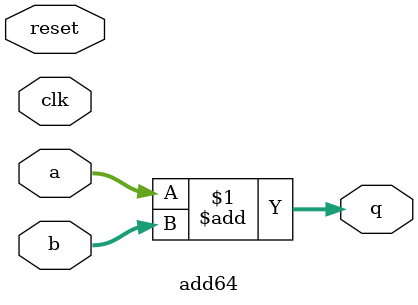
<source format=v>
module add64(
	     input wire [63:0] 	a,
	     input wire [63:0] 	b,
	     input wire 	clk,
	     input wire 	reset,
	     output wire [63:0] q);

   // COMBINATIONAL
   assign q = a + b;

   //   // USING A PIPELINE STAGE
   //   reg [63:0] 			qreg;
   //   always @(posedge clk, posedge reset)
   //     begin
   //	if (reset)
   //	  qreg <= 64'b0;
   //	else
   //	  qreg <= a+b;	
   //     end
   //   assign q = qreg;
   
endmodule

</source>
